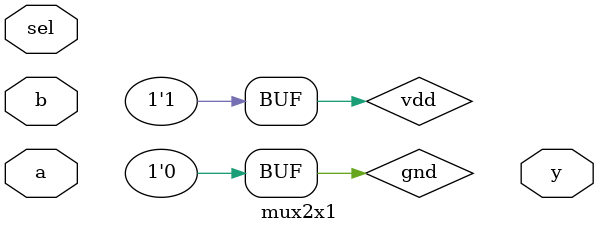
<source format=v>
module mux2x1 (a, b, sel, y);

input [1:0] a;
input [1:0] b;
input [1:0] sel;
output [1:0] y;

wire vdd = 1'b1;
wire gnd = 1'b0;

INVX1 INVX1_1 ( .A(sel[0]), .Y(_1_) );
NAND2X1 NAND2X1_1 ( .A(_3_), .B(_6_), .Y(_11__1_) );
AOI22X1 AOI22X1_1 ( .A(a[1]), .B(_4_), .C(b[1]), .Y(_6_) );
endmodule

</source>
